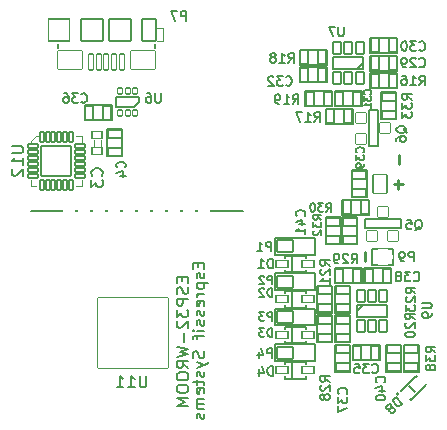
<source format=gbo>
G04 #@! TF.GenerationSoftware,KiCad,Pcbnew,(6.0.2-0)*
G04 #@! TF.CreationDate,2022-07-16T10:45:31+02:00*
G04 #@! TF.ProjectId,Crazyflie contol board,4372617a-7966-46c6-9965-20636f6e746f,2.2*
G04 #@! TF.SameCoordinates,Original*
G04 #@! TF.FileFunction,Legend,Bot*
G04 #@! TF.FilePolarity,Positive*
%FSLAX46Y46*%
G04 Gerber Fmt 4.6, Leading zero omitted, Abs format (unit mm)*
G04 Created by KiCad (PCBNEW (6.0.2-0)) date 2022-07-16 10:45:31*
%MOMM*%
%LPD*%
G01*
G04 APERTURE LIST*
G04 Aperture macros list*
%AMRoundRect*
0 Rectangle with rounded corners*
0 $1 Rounding radius*
0 $2 $3 $4 $5 $6 $7 $8 $9 X,Y pos of 4 corners*
0 Add a 4 corners polygon primitive as box body*
4,1,4,$2,$3,$4,$5,$6,$7,$8,$9,$2,$3,0*
0 Add four circle primitives for the rounded corners*
1,1,$1+$1,$2,$3*
1,1,$1+$1,$4,$5*
1,1,$1+$1,$6,$7*
1,1,$1+$1,$8,$9*
0 Add four rect primitives between the rounded corners*
20,1,$1+$1,$2,$3,$4,$5,0*
20,1,$1+$1,$4,$5,$6,$7,0*
20,1,$1+$1,$6,$7,$8,$9,0*
20,1,$1+$1,$8,$9,$2,$3,0*%
G04 Aperture macros list end*
%ADD10C,0.250190*%
%ADD11C,0.248920*%
%ADD12C,0.200025*%
%ADD13C,0.175000*%
%ADD14C,0.150000*%
%ADD15C,0.200660*%
%ADD16C,0.127000*%
%ADD17C,0.120000*%
%ADD18C,0.100000*%
%ADD19C,0.381000*%
%ADD20R,1.399540X1.000760*%
%ADD21O,1.399540X1.000760*%
%ADD22O,1.600200X1.198880*%
%ADD23C,0.523240*%
%ADD24RoundRect,0.071120X0.599440X-0.800100X0.599440X0.800100X-0.599440X0.800100X-0.599440X-0.800100X0*%
%ADD25O,1.341120X1.742440*%
%ADD26RoundRect,0.071120X0.350520X0.500380X-0.350520X0.500380X-0.350520X-0.500380X0.350520X-0.500380X0*%
%ADD27RoundRect,0.071120X-0.350520X-0.500380X0.350520X-0.500380X0.350520X0.500380X-0.350520X0.500380X0*%
%ADD28RoundRect,0.071120X0.500380X0.299720X-0.500380X0.299720X-0.500380X-0.299720X0.500380X-0.299720X0*%
%ADD29RoundRect,0.071120X0.317500X0.571500X-0.317500X0.571500X-0.317500X-0.571500X0.317500X-0.571500X0*%
%ADD30RoundRect,0.071120X-0.317500X-0.571500X0.317500X-0.571500X0.317500X0.571500X-0.317500X0.571500X0*%
%ADD31RoundRect,0.071120X-0.571500X0.317500X-0.571500X-0.317500X0.571500X-0.317500X0.571500X0.317500X0*%
%ADD32RoundRect,0.071120X0.571500X-0.317500X0.571500X0.317500X-0.571500X0.317500X-0.571500X-0.317500X0*%
%ADD33RoundRect,0.071120X0.699770X-0.500380X0.699770X0.500380X-0.699770X0.500380X-0.699770X-0.500380X0*%
%ADD34O,1.541780X1.143000*%
%ADD35RoundRect,0.071120X0.199390X-0.254000X0.199390X0.254000X-0.199390X0.254000X-0.199390X-0.254000X0*%
%ADD36RoundRect,0.071120X-0.900430X-0.949960X0.900430X-0.949960X0.900430X0.949960X-0.900430X0.949960X0*%
%ADD37RoundRect,0.071120X-0.949960X-0.949960X0.949960X-0.949960X0.949960X0.949960X-0.949960X0.949960X0*%
%ADD38RoundRect,0.071120X-0.900430X-0.549910X0.900430X-0.549910X0.900430X0.549910X-0.900430X0.549910X0*%
%ADD39RoundRect,0.071120X-1.050290X-0.800100X1.050290X-0.800100X1.050290X0.800100X-1.050290X0.800100X0*%
%ADD40RoundRect,0.071120X-0.599440X-0.949960X0.599440X-0.949960X0.599440X0.949960X-0.599440X0.949960X0*%
%ADD41RoundRect,0.071120X-0.199390X-0.699770X0.199390X-0.699770X0.199390X0.699770X-0.199390X0.699770X0*%
%ADD42O,1.742440X1.341120*%
%ADD43RoundRect,0.071120X-0.457200X-0.457200X0.457200X-0.457200X0.457200X0.457200X-0.457200X0.457200X0*%
%ADD44RoundRect,0.071120X-0.457200X0.457200X-0.457200X-0.457200X0.457200X-0.457200X0.457200X0.457200X0*%
%ADD45RoundRect,0.071120X0.000000X0.563960X-0.563960X0.000000X0.000000X-0.563960X0.563960X0.000000X0*%
%ADD46O,2.642240X1.042240*%
%ADD47O,1.042240X2.642240*%
%ADD48RoundRect,0.071120X3.000000X3.000000X-3.000000X3.000000X-3.000000X-3.000000X3.000000X-3.000000X0*%
%ADD49RoundRect,0.071120X0.400000X-0.300000X0.400000X0.300000X-0.400000X0.300000X-0.400000X-0.300000X0*%
%ADD50RoundRect,0.071120X-0.150000X0.400000X-0.150000X-0.400000X0.150000X-0.400000X0.150000X0.400000X0*%
%ADD51RoundRect,0.071120X-0.425000X0.150000X-0.425000X-0.150000X0.425000X-0.150000X0.425000X0.150000X0*%
%ADD52C,0.522240*%
%ADD53RoundRect,0.071120X-1.275000X1.275000X-1.275000X-1.275000X1.275000X-1.275000X1.275000X1.275000X0*%
%ADD54C,1.500000*%
G04 APERTURE END LIST*
D10*
X154272342Y-97581961D02*
X154272342Y-96819478D01*
X153819618Y-99271182D02*
X154582101Y-99271182D01*
X154200860Y-99652424D02*
X154200860Y-98889940D01*
D11*
X151421482Y-105781241D02*
X151421482Y-105018758D01*
D12*
X149609600Y-85911850D02*
X149609600Y-86559550D01*
X149571500Y-86635750D01*
X149533400Y-86673850D01*
X149457200Y-86711950D01*
X149304800Y-86711950D01*
X149228600Y-86673850D01*
X149190500Y-86635750D01*
X149152400Y-86559550D01*
X149152400Y-85911850D01*
X148847600Y-85911850D02*
X148314200Y-85911850D01*
X148657100Y-86711950D01*
X156261850Y-109290400D02*
X156909550Y-109290400D01*
X156985750Y-109328500D01*
X157023850Y-109366600D01*
X157061950Y-109442800D01*
X157061950Y-109595200D01*
X157023850Y-109671400D01*
X156985750Y-109709500D01*
X156909550Y-109747600D01*
X156261850Y-109747600D01*
X157061950Y-110166700D02*
X157061950Y-110319100D01*
X157023850Y-110395300D01*
X156985750Y-110433400D01*
X156871450Y-110509600D01*
X156719050Y-110547700D01*
X156414250Y-110547700D01*
X156338050Y-110509600D01*
X156299950Y-110471500D01*
X156261850Y-110395300D01*
X156261850Y-110242900D01*
X156299950Y-110166700D01*
X156338050Y-110128600D01*
X156414250Y-110090500D01*
X156604750Y-110090500D01*
X156680950Y-110128600D01*
X156719050Y-110166700D01*
X156757150Y-110242900D01*
X156757150Y-110395300D01*
X156719050Y-110471500D01*
X156680950Y-110509600D01*
X156604750Y-110547700D01*
X143590550Y-106361950D02*
X143590550Y-105561850D01*
X143400050Y-105561850D01*
X143285750Y-105599950D01*
X143209550Y-105676150D01*
X143171450Y-105752350D01*
X143133350Y-105904750D01*
X143133350Y-106019050D01*
X143171450Y-106171450D01*
X143209550Y-106247650D01*
X143285750Y-106323850D01*
X143400050Y-106361950D01*
X143590550Y-106361950D01*
X142371350Y-106361950D02*
X142828550Y-106361950D01*
X142599950Y-106361950D02*
X142599950Y-105561850D01*
X142676150Y-105676150D01*
X142752350Y-105752350D01*
X142828550Y-105790450D01*
D13*
X143516666Y-108766666D02*
X143516666Y-108066666D01*
X143350000Y-108066666D01*
X143250000Y-108100000D01*
X143183333Y-108166666D01*
X143150000Y-108233333D01*
X143116666Y-108366666D01*
X143116666Y-108466666D01*
X143150000Y-108600000D01*
X143183333Y-108666666D01*
X143250000Y-108733333D01*
X143350000Y-108766666D01*
X143516666Y-108766666D01*
X142850000Y-108133333D02*
X142816666Y-108100000D01*
X142750000Y-108066666D01*
X142583333Y-108066666D01*
X142516666Y-108100000D01*
X142483333Y-108133333D01*
X142450000Y-108200000D01*
X142450000Y-108266666D01*
X142483333Y-108366666D01*
X142883333Y-108766666D01*
X142450000Y-108766666D01*
X143516666Y-112166666D02*
X143516666Y-111466666D01*
X143350000Y-111466666D01*
X143250000Y-111500000D01*
X143183333Y-111566666D01*
X143150000Y-111633333D01*
X143116666Y-111766666D01*
X143116666Y-111866666D01*
X143150000Y-112000000D01*
X143183333Y-112066666D01*
X143250000Y-112133333D01*
X143350000Y-112166666D01*
X143516666Y-112166666D01*
X142883333Y-111466666D02*
X142450000Y-111466666D01*
X142683333Y-111733333D01*
X142583333Y-111733333D01*
X142516666Y-111766666D01*
X142483333Y-111800000D01*
X142450000Y-111866666D01*
X142450000Y-112033333D01*
X142483333Y-112100000D01*
X142516666Y-112133333D01*
X142583333Y-112166666D01*
X142783333Y-112166666D01*
X142850000Y-112133333D01*
X142883333Y-112100000D01*
D12*
X143590550Y-115462050D02*
X143590550Y-114661950D01*
X143400050Y-114661950D01*
X143285750Y-114700050D01*
X143209550Y-114776250D01*
X143171450Y-114852450D01*
X143133350Y-115004850D01*
X143133350Y-115119150D01*
X143171450Y-115271550D01*
X143209550Y-115347750D01*
X143285750Y-115423950D01*
X143400050Y-115462050D01*
X143590550Y-115462050D01*
X142447550Y-114928650D02*
X142447550Y-115462050D01*
X142638050Y-114623850D02*
X142828550Y-115195350D01*
X142333250Y-115195350D01*
X156014350Y-89285750D02*
X156052450Y-89323850D01*
X156166750Y-89361950D01*
X156242950Y-89361950D01*
X156357250Y-89323850D01*
X156433450Y-89247650D01*
X156471550Y-89171450D01*
X156509650Y-89019050D01*
X156509650Y-88904750D01*
X156471550Y-88752350D01*
X156433450Y-88676150D01*
X156357250Y-88599950D01*
X156242950Y-88561850D01*
X156166750Y-88561850D01*
X156052450Y-88599950D01*
X156014350Y-88638050D01*
X155709550Y-88638050D02*
X155671450Y-88599950D01*
X155595250Y-88561850D01*
X155404750Y-88561850D01*
X155328550Y-88599950D01*
X155290450Y-88638050D01*
X155252350Y-88714250D01*
X155252350Y-88790450D01*
X155290450Y-88904750D01*
X155747650Y-89361950D01*
X155252350Y-89361950D01*
X154871350Y-89361950D02*
X154718950Y-89361950D01*
X154642750Y-89323850D01*
X154604650Y-89285750D01*
X154528450Y-89171450D01*
X154490350Y-89019050D01*
X154490350Y-88714250D01*
X154528450Y-88638050D01*
X154566550Y-88599950D01*
X154642750Y-88561850D01*
X154795150Y-88561850D01*
X154871350Y-88599950D01*
X154909450Y-88638050D01*
X154947550Y-88714250D01*
X154947550Y-88904750D01*
X154909450Y-88980950D01*
X154871350Y-89019050D01*
X154795150Y-89057150D01*
X154642750Y-89057150D01*
X154566550Y-89019050D01*
X154528450Y-88980950D01*
X154490350Y-88904750D01*
X156014350Y-87887810D02*
X156052450Y-87925910D01*
X156166750Y-87964010D01*
X156242950Y-87964010D01*
X156357250Y-87925910D01*
X156433450Y-87849710D01*
X156471550Y-87773510D01*
X156509650Y-87621110D01*
X156509650Y-87506810D01*
X156471550Y-87354410D01*
X156433450Y-87278210D01*
X156357250Y-87202010D01*
X156242950Y-87163910D01*
X156166750Y-87163910D01*
X156052450Y-87202010D01*
X156014350Y-87240110D01*
X155747650Y-87163910D02*
X155252350Y-87163910D01*
X155519050Y-87468710D01*
X155404750Y-87468710D01*
X155328550Y-87506810D01*
X155290450Y-87544910D01*
X155252350Y-87621110D01*
X155252350Y-87811610D01*
X155290450Y-87887810D01*
X155328550Y-87925910D01*
X155404750Y-87964010D01*
X155633350Y-87964010D01*
X155709550Y-87925910D01*
X155747650Y-87887810D01*
X154757050Y-87163910D02*
X154680850Y-87163910D01*
X154604650Y-87202010D01*
X154566550Y-87240110D01*
X154528450Y-87316310D01*
X154490350Y-87468710D01*
X154490350Y-87659210D01*
X154528450Y-87811610D01*
X154566550Y-87887810D01*
X154604650Y-87925910D01*
X154680850Y-87964010D01*
X154757050Y-87964010D01*
X154833250Y-87925910D01*
X154871350Y-87887810D01*
X154909450Y-87811610D01*
X154947550Y-87659210D01*
X154947550Y-87468710D01*
X154909450Y-87316310D01*
X154871350Y-87240110D01*
X154833250Y-87202010D01*
X154757050Y-87163910D01*
D14*
X151864285Y-91614285D02*
X151892857Y-91585714D01*
X151921428Y-91500000D01*
X151921428Y-91442857D01*
X151892857Y-91357142D01*
X151835714Y-91300000D01*
X151778571Y-91271428D01*
X151664285Y-91242857D01*
X151578571Y-91242857D01*
X151464285Y-91271428D01*
X151407142Y-91300000D01*
X151350000Y-91357142D01*
X151321428Y-91442857D01*
X151321428Y-91500000D01*
X151350000Y-91585714D01*
X151378571Y-91614285D01*
X151321428Y-91814285D02*
X151321428Y-92185714D01*
X151550000Y-91985714D01*
X151550000Y-92071428D01*
X151578571Y-92128571D01*
X151607142Y-92157142D01*
X151664285Y-92185714D01*
X151807142Y-92185714D01*
X151864285Y-92157142D01*
X151892857Y-92128571D01*
X151921428Y-92071428D01*
X151921428Y-91900000D01*
X151892857Y-91842857D01*
X151864285Y-91814285D01*
X151921428Y-92757142D02*
X151921428Y-92414285D01*
X151921428Y-92585714D02*
X151321428Y-92585714D01*
X151407142Y-92528571D01*
X151464285Y-92471428D01*
X151492857Y-92414285D01*
D12*
X144714350Y-90835750D02*
X144752450Y-90873850D01*
X144866750Y-90911950D01*
X144942950Y-90911950D01*
X145057250Y-90873850D01*
X145133450Y-90797650D01*
X145171550Y-90721450D01*
X145209650Y-90569050D01*
X145209650Y-90454750D01*
X145171550Y-90302350D01*
X145133450Y-90226150D01*
X145057250Y-90149950D01*
X144942950Y-90111850D01*
X144866750Y-90111850D01*
X144752450Y-90149950D01*
X144714350Y-90188050D01*
X144447650Y-90111850D02*
X143952350Y-90111850D01*
X144219050Y-90416650D01*
X144104750Y-90416650D01*
X144028550Y-90454750D01*
X143990450Y-90492850D01*
X143952350Y-90569050D01*
X143952350Y-90759550D01*
X143990450Y-90835750D01*
X144028550Y-90873850D01*
X144104750Y-90911950D01*
X144333350Y-90911950D01*
X144409550Y-90873850D01*
X144447650Y-90835750D01*
X143647550Y-90188050D02*
X143609450Y-90149950D01*
X143533250Y-90111850D01*
X143342750Y-90111850D01*
X143266550Y-90149950D01*
X143228450Y-90188050D01*
X143190350Y-90264250D01*
X143190350Y-90340450D01*
X143228450Y-90454750D01*
X143685650Y-90911950D01*
X143190350Y-90911950D01*
X152015190Y-115185750D02*
X152053290Y-115223850D01*
X152167590Y-115261950D01*
X152243790Y-115261950D01*
X152358090Y-115223850D01*
X152434290Y-115147650D01*
X152472390Y-115071450D01*
X152510490Y-114919050D01*
X152510490Y-114804750D01*
X152472390Y-114652350D01*
X152434290Y-114576150D01*
X152358090Y-114499950D01*
X152243790Y-114461850D01*
X152167590Y-114461850D01*
X152053290Y-114499950D01*
X152015190Y-114538050D01*
X151748490Y-114461850D02*
X151253190Y-114461850D01*
X151519890Y-114766650D01*
X151405590Y-114766650D01*
X151329390Y-114804750D01*
X151291290Y-114842850D01*
X151253190Y-114919050D01*
X151253190Y-115109550D01*
X151291290Y-115185750D01*
X151329390Y-115223850D01*
X151405590Y-115261950D01*
X151634190Y-115261950D01*
X151710390Y-115223850D01*
X151748490Y-115185750D01*
X150529290Y-114461850D02*
X150910290Y-114461850D01*
X150948390Y-114842850D01*
X150910290Y-114804750D01*
X150834090Y-114766650D01*
X150643590Y-114766650D01*
X150567390Y-114804750D01*
X150529290Y-114842850D01*
X150491190Y-114919050D01*
X150491190Y-115109550D01*
X150529290Y-115185750D01*
X150567390Y-115223850D01*
X150643590Y-115261950D01*
X150834090Y-115261950D01*
X150910290Y-115223850D01*
X150948390Y-115185750D01*
X127364350Y-92285750D02*
X127402450Y-92323850D01*
X127516750Y-92361950D01*
X127592950Y-92361950D01*
X127707250Y-92323850D01*
X127783450Y-92247650D01*
X127821550Y-92171450D01*
X127859650Y-92019050D01*
X127859650Y-91904750D01*
X127821550Y-91752350D01*
X127783450Y-91676150D01*
X127707250Y-91599950D01*
X127592950Y-91561850D01*
X127516750Y-91561850D01*
X127402450Y-91599950D01*
X127364350Y-91638050D01*
X127097650Y-91561850D02*
X126602350Y-91561850D01*
X126869050Y-91866650D01*
X126754750Y-91866650D01*
X126678550Y-91904750D01*
X126640450Y-91942850D01*
X126602350Y-92019050D01*
X126602350Y-92209550D01*
X126640450Y-92285750D01*
X126678550Y-92323850D01*
X126754750Y-92361950D01*
X126983350Y-92361950D01*
X127059550Y-92323850D01*
X127097650Y-92285750D01*
X125916550Y-91561850D02*
X126068950Y-91561850D01*
X126145150Y-91599950D01*
X126183250Y-91638050D01*
X126259450Y-91752350D01*
X126297550Y-91904750D01*
X126297550Y-92209550D01*
X126259450Y-92285750D01*
X126221350Y-92323850D01*
X126145150Y-92361950D01*
X125992750Y-92361950D01*
X125916550Y-92323850D01*
X125878450Y-92285750D01*
X125840350Y-92209550D01*
X125840350Y-92019050D01*
X125878450Y-91942850D01*
X125916550Y-91904750D01*
X125992750Y-91866650D01*
X126145150Y-91866650D01*
X126221350Y-91904750D01*
X126259450Y-91942850D01*
X126297550Y-92019050D01*
X149835750Y-116985650D02*
X149873850Y-116947550D01*
X149911950Y-116833250D01*
X149911950Y-116757050D01*
X149873850Y-116642750D01*
X149797650Y-116566550D01*
X149721450Y-116528450D01*
X149569050Y-116490350D01*
X149454750Y-116490350D01*
X149302350Y-116528450D01*
X149226150Y-116566550D01*
X149149950Y-116642750D01*
X149111850Y-116757050D01*
X149111850Y-116833250D01*
X149149950Y-116947550D01*
X149188050Y-116985650D01*
X149111850Y-117252350D02*
X149111850Y-117747650D01*
X149416650Y-117480950D01*
X149416650Y-117595250D01*
X149454750Y-117671450D01*
X149492850Y-117709550D01*
X149569050Y-117747650D01*
X149759550Y-117747650D01*
X149835750Y-117709550D01*
X149873850Y-117671450D01*
X149911950Y-117595250D01*
X149911950Y-117366650D01*
X149873850Y-117290450D01*
X149835750Y-117252350D01*
X149111850Y-118014350D02*
X149111850Y-118547750D01*
X149911950Y-118204850D01*
X155514350Y-107389930D02*
X155552450Y-107428030D01*
X155666750Y-107466130D01*
X155742950Y-107466130D01*
X155857250Y-107428030D01*
X155933450Y-107351830D01*
X155971550Y-107275630D01*
X156009650Y-107123230D01*
X156009650Y-107008930D01*
X155971550Y-106856530D01*
X155933450Y-106780330D01*
X155857250Y-106704130D01*
X155742950Y-106666030D01*
X155666750Y-106666030D01*
X155552450Y-106704130D01*
X155514350Y-106742230D01*
X155247650Y-106666030D02*
X154752350Y-106666030D01*
X155019050Y-106970830D01*
X154904750Y-106970830D01*
X154828550Y-107008930D01*
X154790450Y-107047030D01*
X154752350Y-107123230D01*
X154752350Y-107313730D01*
X154790450Y-107389930D01*
X154828550Y-107428030D01*
X154904750Y-107466130D01*
X155133350Y-107466130D01*
X155209550Y-107428030D01*
X155247650Y-107389930D01*
X154295150Y-107008930D02*
X154371350Y-106970830D01*
X154409450Y-106932730D01*
X154447550Y-106856530D01*
X154447550Y-106818430D01*
X154409450Y-106742230D01*
X154371350Y-106704130D01*
X154295150Y-106666030D01*
X154142750Y-106666030D01*
X154066550Y-106704130D01*
X154028450Y-106742230D01*
X153990350Y-106818430D01*
X153990350Y-106856530D01*
X154028450Y-106932730D01*
X154066550Y-106970830D01*
X154142750Y-107008930D01*
X154295150Y-107008930D01*
X154371350Y-107047030D01*
X154409450Y-107085130D01*
X154447550Y-107161330D01*
X154447550Y-107313730D01*
X154409450Y-107389930D01*
X154371350Y-107428030D01*
X154295150Y-107466130D01*
X154142750Y-107466130D01*
X154066550Y-107428030D01*
X154028450Y-107389930D01*
X153990350Y-107313730D01*
X153990350Y-107161330D01*
X154028450Y-107085130D01*
X154066550Y-107047030D01*
X154142750Y-107008930D01*
D13*
X151250000Y-96550000D02*
X151283333Y-96516666D01*
X151316666Y-96416666D01*
X151316666Y-96350000D01*
X151283333Y-96250000D01*
X151216666Y-96183333D01*
X151150000Y-96150000D01*
X151016666Y-96116666D01*
X150916666Y-96116666D01*
X150783333Y-96150000D01*
X150716666Y-96183333D01*
X150650000Y-96250000D01*
X150616666Y-96350000D01*
X150616666Y-96416666D01*
X150650000Y-96516666D01*
X150683333Y-96550000D01*
X150616666Y-96783333D02*
X150616666Y-97216666D01*
X150883333Y-96983333D01*
X150883333Y-97083333D01*
X150916666Y-97150000D01*
X150950000Y-97183333D01*
X151016666Y-97216666D01*
X151183333Y-97216666D01*
X151250000Y-97183333D01*
X151283333Y-97150000D01*
X151316666Y-97083333D01*
X151316666Y-96883333D01*
X151283333Y-96816666D01*
X151250000Y-96783333D01*
X151316666Y-97550000D02*
X151316666Y-97683333D01*
X151283333Y-97750000D01*
X151250000Y-97783333D01*
X151150000Y-97850000D01*
X151016666Y-97883333D01*
X150750000Y-97883333D01*
X150683333Y-97850000D01*
X150650000Y-97816666D01*
X150616666Y-97750000D01*
X150616666Y-97616666D01*
X150650000Y-97550000D01*
X150683333Y-97516666D01*
X150750000Y-97483333D01*
X150916666Y-97483333D01*
X150983333Y-97516666D01*
X151016666Y-97550000D01*
X151050000Y-97616666D01*
X151050000Y-97750000D01*
X151016666Y-97816666D01*
X150983333Y-97850000D01*
X150916666Y-97883333D01*
D12*
X153035750Y-116035650D02*
X153073850Y-115997550D01*
X153111950Y-115883250D01*
X153111950Y-115807050D01*
X153073850Y-115692750D01*
X152997650Y-115616550D01*
X152921450Y-115578450D01*
X152769050Y-115540350D01*
X152654750Y-115540350D01*
X152502350Y-115578450D01*
X152426150Y-115616550D01*
X152349950Y-115692750D01*
X152311850Y-115807050D01*
X152311850Y-115883250D01*
X152349950Y-115997550D01*
X152388050Y-116035650D01*
X152578550Y-116721450D02*
X153111950Y-116721450D01*
X152273750Y-116530950D02*
X152845250Y-116340450D01*
X152845250Y-116835750D01*
X152311850Y-117292950D02*
X152311850Y-117369150D01*
X152349950Y-117445350D01*
X152388050Y-117483450D01*
X152464250Y-117521550D01*
X152616650Y-117559650D01*
X152807150Y-117559650D01*
X152959550Y-117521550D01*
X153035750Y-117483450D01*
X153073850Y-117445350D01*
X153111950Y-117369150D01*
X153111950Y-117292950D01*
X153073850Y-117216750D01*
X153035750Y-117178650D01*
X152959550Y-117140550D01*
X152807150Y-117102450D01*
X152616650Y-117102450D01*
X152464250Y-117140550D01*
X152388050Y-117178650D01*
X152349950Y-117216750D01*
X152311850Y-117292950D01*
X146285750Y-101935650D02*
X146323850Y-101897550D01*
X146361950Y-101783250D01*
X146361950Y-101707050D01*
X146323850Y-101592750D01*
X146247650Y-101516550D01*
X146171450Y-101478450D01*
X146019050Y-101440350D01*
X145904750Y-101440350D01*
X145752350Y-101478450D01*
X145676150Y-101516550D01*
X145599950Y-101592750D01*
X145561850Y-101707050D01*
X145561850Y-101783250D01*
X145599950Y-101897550D01*
X145638050Y-101935650D01*
X145828550Y-102621450D02*
X146361950Y-102621450D01*
X145523750Y-102430950D02*
X146095250Y-102240450D01*
X146095250Y-102735750D01*
X146361950Y-103459650D02*
X146361950Y-103002450D01*
X146361950Y-103231050D02*
X145561850Y-103231050D01*
X145676150Y-103154850D01*
X145752350Y-103078650D01*
X145790450Y-103002450D01*
X131073030Y-97834050D02*
X131111130Y-97795950D01*
X131149230Y-97681650D01*
X131149230Y-97605450D01*
X131111130Y-97491150D01*
X131034930Y-97414950D01*
X130958730Y-97376850D01*
X130806330Y-97338750D01*
X130692030Y-97338750D01*
X130539630Y-97376850D01*
X130463430Y-97414950D01*
X130387230Y-97491150D01*
X130349130Y-97605450D01*
X130349130Y-97681650D01*
X130387230Y-97795950D01*
X130425330Y-97834050D01*
X130615830Y-98519850D02*
X131149230Y-98519850D01*
X130311030Y-98329350D02*
X130882530Y-98138850D01*
X130882530Y-98634150D01*
X145294350Y-92454730D02*
X145561050Y-92073730D01*
X145751550Y-92454730D02*
X145751550Y-91654630D01*
X145446750Y-91654630D01*
X145370550Y-91692730D01*
X145332450Y-91730830D01*
X145294350Y-91807030D01*
X145294350Y-91921330D01*
X145332450Y-91997530D01*
X145370550Y-92035630D01*
X145446750Y-92073730D01*
X145751550Y-92073730D01*
X144532350Y-92454730D02*
X144989550Y-92454730D01*
X144760950Y-92454730D02*
X144760950Y-91654630D01*
X144837150Y-91768930D01*
X144913350Y-91845130D01*
X144989550Y-91883230D01*
X144151350Y-92454730D02*
X143998950Y-92454730D01*
X143922750Y-92416630D01*
X143884650Y-92378530D01*
X143808450Y-92264230D01*
X143770350Y-92111830D01*
X143770350Y-91807030D01*
X143808450Y-91730830D01*
X143846550Y-91692730D01*
X143922750Y-91654630D01*
X144075150Y-91654630D01*
X144151350Y-91692730D01*
X144189450Y-91730830D01*
X144227550Y-91807030D01*
X144227550Y-91997530D01*
X144189450Y-92073730D01*
X144151350Y-92111830D01*
X144075150Y-92149930D01*
X143922750Y-92149930D01*
X143846550Y-92111830D01*
X143808450Y-92073730D01*
X143770350Y-91997530D01*
X144914350Y-88961950D02*
X145181050Y-88580950D01*
X145371550Y-88961950D02*
X145371550Y-88161850D01*
X145066750Y-88161850D01*
X144990550Y-88199950D01*
X144952450Y-88238050D01*
X144914350Y-88314250D01*
X144914350Y-88428550D01*
X144952450Y-88504750D01*
X144990550Y-88542850D01*
X145066750Y-88580950D01*
X145371550Y-88580950D01*
X144152350Y-88961950D02*
X144609550Y-88961950D01*
X144380950Y-88961950D02*
X144380950Y-88161850D01*
X144457150Y-88276150D01*
X144533350Y-88352350D01*
X144609550Y-88390450D01*
X143695150Y-88504750D02*
X143771350Y-88466650D01*
X143809450Y-88428550D01*
X143847550Y-88352350D01*
X143847550Y-88314250D01*
X143809450Y-88238050D01*
X143771350Y-88199950D01*
X143695150Y-88161850D01*
X143542750Y-88161850D01*
X143466550Y-88199950D01*
X143428450Y-88238050D01*
X143390350Y-88314250D01*
X143390350Y-88352350D01*
X143428450Y-88428550D01*
X143466550Y-88466650D01*
X143542750Y-88504750D01*
X143695150Y-88504750D01*
X143771350Y-88542850D01*
X143809450Y-88580950D01*
X143847550Y-88657150D01*
X143847550Y-88809550D01*
X143809450Y-88885750D01*
X143771350Y-88923850D01*
X143695150Y-88961950D01*
X143542750Y-88961950D01*
X143466550Y-88923850D01*
X143428450Y-88885750D01*
X143390350Y-88809550D01*
X143390350Y-88657150D01*
X143428450Y-88580950D01*
X143466550Y-88542850D01*
X143542750Y-88504750D01*
X147114350Y-93961950D02*
X147381050Y-93580950D01*
X147571550Y-93961950D02*
X147571550Y-93161850D01*
X147266750Y-93161850D01*
X147190550Y-93199950D01*
X147152450Y-93238050D01*
X147114350Y-93314250D01*
X147114350Y-93428550D01*
X147152450Y-93504750D01*
X147190550Y-93542850D01*
X147266750Y-93580950D01*
X147571550Y-93580950D01*
X146352350Y-93961950D02*
X146809550Y-93961950D01*
X146580950Y-93961950D02*
X146580950Y-93161850D01*
X146657150Y-93276150D01*
X146733350Y-93352350D01*
X146809550Y-93390450D01*
X146085650Y-93161850D02*
X145552250Y-93161850D01*
X145895150Y-93961950D01*
X156014350Y-90864690D02*
X156281050Y-90483690D01*
X156471550Y-90864690D02*
X156471550Y-90064590D01*
X156166750Y-90064590D01*
X156090550Y-90102690D01*
X156052450Y-90140790D01*
X156014350Y-90216990D01*
X156014350Y-90331290D01*
X156052450Y-90407490D01*
X156090550Y-90445590D01*
X156166750Y-90483690D01*
X156471550Y-90483690D01*
X155252350Y-90864690D02*
X155709550Y-90864690D01*
X155480950Y-90864690D02*
X155480950Y-90064590D01*
X155557150Y-90178890D01*
X155633350Y-90255090D01*
X155709550Y-90293190D01*
X154566550Y-90064590D02*
X154718950Y-90064590D01*
X154795150Y-90102690D01*
X154833250Y-90140790D01*
X154909450Y-90255090D01*
X154947550Y-90407490D01*
X154947550Y-90712290D01*
X154909450Y-90788490D01*
X154871350Y-90826590D01*
X154795150Y-90864690D01*
X154642750Y-90864690D01*
X154566550Y-90826590D01*
X154528450Y-90788490D01*
X154490350Y-90712290D01*
X154490350Y-90521790D01*
X154528450Y-90445590D01*
X154566550Y-90407490D01*
X154642750Y-90369390D01*
X154795150Y-90369390D01*
X154871350Y-90407490D01*
X154909450Y-90445590D01*
X154947550Y-90521790D01*
X155611950Y-110685650D02*
X155230950Y-110418950D01*
X155611950Y-110228450D02*
X154811850Y-110228450D01*
X154811850Y-110533250D01*
X154849950Y-110609450D01*
X154888050Y-110647550D01*
X154964250Y-110685650D01*
X155078550Y-110685650D01*
X155154750Y-110647550D01*
X155192850Y-110609450D01*
X155230950Y-110533250D01*
X155230950Y-110228450D01*
X154888050Y-110990450D02*
X154849950Y-111028550D01*
X154811850Y-111104750D01*
X154811850Y-111295250D01*
X154849950Y-111371450D01*
X154888050Y-111409550D01*
X154964250Y-111447650D01*
X155040450Y-111447650D01*
X155154750Y-111409550D01*
X155611950Y-110952350D01*
X155611950Y-111447650D01*
X154811850Y-111942950D02*
X154811850Y-112019150D01*
X154849950Y-112095350D01*
X154888050Y-112133450D01*
X154964250Y-112171550D01*
X155116650Y-112209650D01*
X155307150Y-112209650D01*
X155459550Y-112171550D01*
X155535750Y-112133450D01*
X155573850Y-112095350D01*
X155611950Y-112019150D01*
X155611950Y-111942950D01*
X155573850Y-111866750D01*
X155535750Y-111828650D01*
X155459550Y-111790550D01*
X155307150Y-111752450D01*
X155116650Y-111752450D01*
X154964250Y-111790550D01*
X154888050Y-111828650D01*
X154849950Y-111866750D01*
X154811850Y-111942950D01*
X148411950Y-106135650D02*
X148030950Y-105868950D01*
X148411950Y-105678450D02*
X147611850Y-105678450D01*
X147611850Y-105983250D01*
X147649950Y-106059450D01*
X147688050Y-106097550D01*
X147764250Y-106135650D01*
X147878550Y-106135650D01*
X147954750Y-106097550D01*
X147992850Y-106059450D01*
X148030950Y-105983250D01*
X148030950Y-105678450D01*
X147688050Y-106440450D02*
X147649950Y-106478550D01*
X147611850Y-106554750D01*
X147611850Y-106745250D01*
X147649950Y-106821450D01*
X147688050Y-106859550D01*
X147764250Y-106897650D01*
X147840450Y-106897650D01*
X147954750Y-106859550D01*
X148411950Y-106402350D01*
X148411950Y-106897650D01*
X148411950Y-107659650D02*
X148411950Y-107202450D01*
X148411950Y-107431050D02*
X147611850Y-107431050D01*
X147726150Y-107354850D01*
X147802350Y-107278650D01*
X147840450Y-107202450D01*
X155661950Y-108489750D02*
X155280950Y-108223050D01*
X155661950Y-108032550D02*
X154861850Y-108032550D01*
X154861850Y-108337350D01*
X154899950Y-108413550D01*
X154938050Y-108451650D01*
X155014250Y-108489750D01*
X155128550Y-108489750D01*
X155204750Y-108451650D01*
X155242850Y-108413550D01*
X155280950Y-108337350D01*
X155280950Y-108032550D01*
X154938050Y-108794550D02*
X154899950Y-108832650D01*
X154861850Y-108908850D01*
X154861850Y-109099350D01*
X154899950Y-109175550D01*
X154938050Y-109213650D01*
X155014250Y-109251750D01*
X155090450Y-109251750D01*
X155204750Y-109213650D01*
X155661950Y-108756450D01*
X155661950Y-109251750D01*
X154861850Y-109518450D02*
X154861850Y-110013750D01*
X155166650Y-109747050D01*
X155166650Y-109861350D01*
X155204750Y-109937550D01*
X155242850Y-109975650D01*
X155319050Y-110013750D01*
X155509550Y-110013750D01*
X155585750Y-109975650D01*
X155623850Y-109937550D01*
X155661950Y-109861350D01*
X155661950Y-109632750D01*
X155623850Y-109556550D01*
X155585750Y-109518450D01*
X148411950Y-115985650D02*
X148030950Y-115718950D01*
X148411950Y-115528450D02*
X147611850Y-115528450D01*
X147611850Y-115833250D01*
X147649950Y-115909450D01*
X147688050Y-115947550D01*
X147764250Y-115985650D01*
X147878550Y-115985650D01*
X147954750Y-115947550D01*
X147992850Y-115909450D01*
X148030950Y-115833250D01*
X148030950Y-115528450D01*
X147688050Y-116290450D02*
X147649950Y-116328550D01*
X147611850Y-116404750D01*
X147611850Y-116595250D01*
X147649950Y-116671450D01*
X147688050Y-116709550D01*
X147764250Y-116747650D01*
X147840450Y-116747650D01*
X147954750Y-116709550D01*
X148411950Y-116252350D01*
X148411950Y-116747650D01*
X147954750Y-117204850D02*
X147916650Y-117128650D01*
X147878550Y-117090550D01*
X147802350Y-117052450D01*
X147764250Y-117052450D01*
X147688050Y-117090550D01*
X147649950Y-117128650D01*
X147611850Y-117204850D01*
X147611850Y-117357250D01*
X147649950Y-117433450D01*
X147688050Y-117471550D01*
X147764250Y-117509650D01*
X147802350Y-117509650D01*
X147878550Y-117471550D01*
X147916650Y-117433450D01*
X147954750Y-117357250D01*
X147954750Y-117204850D01*
X147992850Y-117128650D01*
X148030950Y-117090550D01*
X148107150Y-117052450D01*
X148259550Y-117052450D01*
X148335750Y-117090550D01*
X148373850Y-117128650D01*
X148411950Y-117204850D01*
X148411950Y-117357250D01*
X148373850Y-117433450D01*
X148335750Y-117471550D01*
X148259550Y-117509650D01*
X148107150Y-117509650D01*
X148030950Y-117471550D01*
X147992850Y-117433450D01*
X147954750Y-117357250D01*
X150264350Y-105961950D02*
X150531050Y-105580950D01*
X150721550Y-105961950D02*
X150721550Y-105161850D01*
X150416750Y-105161850D01*
X150340550Y-105199950D01*
X150302450Y-105238050D01*
X150264350Y-105314250D01*
X150264350Y-105428550D01*
X150302450Y-105504750D01*
X150340550Y-105542850D01*
X150416750Y-105580950D01*
X150721550Y-105580950D01*
X149959550Y-105238050D02*
X149921450Y-105199950D01*
X149845250Y-105161850D01*
X149654750Y-105161850D01*
X149578550Y-105199950D01*
X149540450Y-105238050D01*
X149502350Y-105314250D01*
X149502350Y-105390450D01*
X149540450Y-105504750D01*
X149997650Y-105961950D01*
X149502350Y-105961950D01*
X149121350Y-105961950D02*
X148968950Y-105961950D01*
X148892750Y-105923850D01*
X148854650Y-105885750D01*
X148778450Y-105771450D01*
X148740350Y-105619050D01*
X148740350Y-105314250D01*
X148778450Y-105238050D01*
X148816550Y-105199950D01*
X148892750Y-105161850D01*
X149045150Y-105161850D01*
X149121350Y-105199950D01*
X149159450Y-105238050D01*
X149197550Y-105314250D01*
X149197550Y-105504750D01*
X149159450Y-105580950D01*
X149121350Y-105619050D01*
X149045150Y-105657150D01*
X148892750Y-105657150D01*
X148816550Y-105619050D01*
X148778450Y-105580950D01*
X148740350Y-105504750D01*
D13*
X148100000Y-101566666D02*
X148333333Y-101233333D01*
X148500000Y-101566666D02*
X148500000Y-100866666D01*
X148233333Y-100866666D01*
X148166666Y-100900000D01*
X148133333Y-100933333D01*
X148100000Y-101000000D01*
X148100000Y-101100000D01*
X148133333Y-101166666D01*
X148166666Y-101200000D01*
X148233333Y-101233333D01*
X148500000Y-101233333D01*
X147866666Y-100866666D02*
X147433333Y-100866666D01*
X147666666Y-101133333D01*
X147566666Y-101133333D01*
X147500000Y-101166666D01*
X147466666Y-101200000D01*
X147433333Y-101266666D01*
X147433333Y-101433333D01*
X147466666Y-101500000D01*
X147500000Y-101533333D01*
X147566666Y-101566666D01*
X147766666Y-101566666D01*
X147833333Y-101533333D01*
X147866666Y-101500000D01*
X147000000Y-100866666D02*
X146933333Y-100866666D01*
X146866666Y-100900000D01*
X146833333Y-100933333D01*
X146800000Y-101000000D01*
X146766666Y-101133333D01*
X146766666Y-101300000D01*
X146800000Y-101433333D01*
X146833333Y-101500000D01*
X146866666Y-101533333D01*
X146933333Y-101566666D01*
X147000000Y-101566666D01*
X147066666Y-101533333D01*
X147100000Y-101500000D01*
X147133333Y-101433333D01*
X147166666Y-101300000D01*
X147166666Y-101133333D01*
X147133333Y-101000000D01*
X147100000Y-100933333D01*
X147066666Y-100900000D01*
X147000000Y-100866666D01*
D12*
X143540550Y-113960910D02*
X143540550Y-113160810D01*
X143235750Y-113160810D01*
X143159550Y-113198910D01*
X143121450Y-113237010D01*
X143083350Y-113313210D01*
X143083350Y-113427510D01*
X143121450Y-113503710D01*
X143159550Y-113541810D01*
X143235750Y-113579910D01*
X143540550Y-113579910D01*
X142397550Y-113427510D02*
X142397550Y-113960910D01*
X142588050Y-113122710D02*
X142778550Y-113694210D01*
X142283250Y-113694210D01*
D13*
X143516666Y-110806666D02*
X143516666Y-110106666D01*
X143250000Y-110106666D01*
X143183333Y-110140000D01*
X143150000Y-110173333D01*
X143116666Y-110240000D01*
X143116666Y-110340000D01*
X143150000Y-110406666D01*
X143183333Y-110440000D01*
X143250000Y-110473333D01*
X143516666Y-110473333D01*
X142883333Y-110106666D02*
X142450000Y-110106666D01*
X142683333Y-110373333D01*
X142583333Y-110373333D01*
X142516666Y-110406666D01*
X142483333Y-110440000D01*
X142450000Y-110506666D01*
X142450000Y-110673333D01*
X142483333Y-110740000D01*
X142516666Y-110773333D01*
X142583333Y-110806666D01*
X142783333Y-110806666D01*
X142850000Y-110773333D01*
X142883333Y-110740000D01*
X143516666Y-107716666D02*
X143516666Y-107016666D01*
X143250000Y-107016666D01*
X143183333Y-107050000D01*
X143150000Y-107083333D01*
X143116666Y-107150000D01*
X143116666Y-107250000D01*
X143150000Y-107316666D01*
X143183333Y-107350000D01*
X143250000Y-107383333D01*
X143516666Y-107383333D01*
X142850000Y-107083333D02*
X142816666Y-107050000D01*
X142750000Y-107016666D01*
X142583333Y-107016666D01*
X142516666Y-107050000D01*
X142483333Y-107083333D01*
X142450000Y-107150000D01*
X142450000Y-107216666D01*
X142483333Y-107316666D01*
X142883333Y-107716666D01*
X142450000Y-107716666D01*
D12*
X143465550Y-104910890D02*
X143465550Y-104110790D01*
X143160750Y-104110790D01*
X143084550Y-104148890D01*
X143046450Y-104186990D01*
X143008350Y-104263190D01*
X143008350Y-104377490D01*
X143046450Y-104453690D01*
X143084550Y-104491790D01*
X143160750Y-104529890D01*
X143465550Y-104529890D01*
X142246350Y-104910890D02*
X142703550Y-104910890D01*
X142474950Y-104910890D02*
X142474950Y-104110790D01*
X142551150Y-104225090D01*
X142627350Y-104301290D01*
X142703550Y-104339390D01*
D13*
X147716666Y-102250000D02*
X147383333Y-102016666D01*
X147716666Y-101850000D02*
X147016666Y-101850000D01*
X147016666Y-102116666D01*
X147050000Y-102183333D01*
X147083333Y-102216666D01*
X147150000Y-102250000D01*
X147250000Y-102250000D01*
X147316666Y-102216666D01*
X147350000Y-102183333D01*
X147383333Y-102116666D01*
X147383333Y-101850000D01*
X147016666Y-102483333D02*
X147016666Y-102916666D01*
X147283333Y-102683333D01*
X147283333Y-102783333D01*
X147316666Y-102850000D01*
X147350000Y-102883333D01*
X147416666Y-102916666D01*
X147583333Y-102916666D01*
X147650000Y-102883333D01*
X147683333Y-102850000D01*
X147716666Y-102783333D01*
X147716666Y-102583333D01*
X147683333Y-102516666D01*
X147650000Y-102483333D01*
X147083333Y-103183333D02*
X147050000Y-103216666D01*
X147016666Y-103283333D01*
X147016666Y-103450000D01*
X147050000Y-103516666D01*
X147083333Y-103550000D01*
X147150000Y-103583333D01*
X147216666Y-103583333D01*
X147316666Y-103550000D01*
X147716666Y-103150000D01*
X147716666Y-103583333D01*
D12*
X134109600Y-91561850D02*
X134109600Y-92209550D01*
X134071500Y-92285750D01*
X134033400Y-92323850D01*
X133957200Y-92361950D01*
X133804800Y-92361950D01*
X133728600Y-92323850D01*
X133690500Y-92285750D01*
X133652400Y-92209550D01*
X133652400Y-91561850D01*
X132928500Y-91561850D02*
X133080900Y-91561850D01*
X133157100Y-91599950D01*
X133195200Y-91638050D01*
X133271400Y-91752350D01*
X133309500Y-91904750D01*
X133309500Y-92209550D01*
X133271400Y-92285750D01*
X133233300Y-92323850D01*
X133157100Y-92361950D01*
X133004700Y-92361950D01*
X132928500Y-92323850D01*
X132890400Y-92285750D01*
X132852300Y-92209550D01*
X132852300Y-92019050D01*
X132890400Y-91942850D01*
X132928500Y-91904750D01*
X133004700Y-91866650D01*
X133157100Y-91866650D01*
X133233300Y-91904750D01*
X133271400Y-91942850D01*
X133309500Y-92019050D01*
X136240550Y-85411950D02*
X136240550Y-84611850D01*
X135935750Y-84611850D01*
X135859550Y-84649950D01*
X135821450Y-84688050D01*
X135783350Y-84764250D01*
X135783350Y-84878550D01*
X135821450Y-84954750D01*
X135859550Y-84992850D01*
X135935750Y-85030950D01*
X136240550Y-85030950D01*
X135516650Y-84611850D02*
X134983250Y-84611850D01*
X135326150Y-85411950D01*
X155361950Y-92088970D02*
X154980950Y-91822270D01*
X155361950Y-91631770D02*
X154561850Y-91631770D01*
X154561850Y-91936570D01*
X154599950Y-92012770D01*
X154638050Y-92050870D01*
X154714250Y-92088970D01*
X154828550Y-92088970D01*
X154904750Y-92050870D01*
X154942850Y-92012770D01*
X154980950Y-91936570D01*
X154980950Y-91631770D01*
X154561850Y-92355670D02*
X154561850Y-92850970D01*
X154866650Y-92584270D01*
X154866650Y-92698570D01*
X154904750Y-92774770D01*
X154942850Y-92812870D01*
X155019050Y-92850970D01*
X155209550Y-92850970D01*
X155285750Y-92812870D01*
X155323850Y-92774770D01*
X155361950Y-92698570D01*
X155361950Y-92469970D01*
X155323850Y-92393770D01*
X155285750Y-92355670D01*
X154561850Y-93117670D02*
X154561850Y-93612970D01*
X154866650Y-93346270D01*
X154866650Y-93460570D01*
X154904750Y-93536770D01*
X154942850Y-93574870D01*
X155019050Y-93612970D01*
X155209550Y-93612970D01*
X155285750Y-93574870D01*
X155323850Y-93536770D01*
X155361950Y-93460570D01*
X155361950Y-93231970D01*
X155323850Y-93155770D01*
X155285750Y-93117670D01*
X155530550Y-105771950D02*
X155530550Y-104971850D01*
X155225750Y-104971850D01*
X155149550Y-105009950D01*
X155111450Y-105048050D01*
X155073350Y-105124250D01*
X155073350Y-105238550D01*
X155111450Y-105314750D01*
X155149550Y-105352850D01*
X155225750Y-105390950D01*
X155530550Y-105390950D01*
X154692350Y-105771950D02*
X154539950Y-105771950D01*
X154463750Y-105733850D01*
X154425650Y-105695750D01*
X154349450Y-105581450D01*
X154311350Y-105429050D01*
X154311350Y-105124250D01*
X154349450Y-105048050D01*
X154387550Y-105009950D01*
X154463750Y-104971850D01*
X154616150Y-104971850D01*
X154692350Y-105009950D01*
X154730450Y-105048050D01*
X154768550Y-105124250D01*
X154768550Y-105314750D01*
X154730450Y-105390950D01*
X154692350Y-105429050D01*
X154616150Y-105467150D01*
X154463750Y-105467150D01*
X154387550Y-105429050D01*
X154349450Y-105390950D01*
X154311350Y-105314750D01*
X155626200Y-103138150D02*
X155702400Y-103100050D01*
X155778600Y-103023850D01*
X155892900Y-102909550D01*
X155969100Y-102871450D01*
X156045300Y-102871450D01*
X156007200Y-103061950D02*
X156083400Y-103023850D01*
X156159600Y-102947650D01*
X156197700Y-102795250D01*
X156197700Y-102528550D01*
X156159600Y-102376150D01*
X156083400Y-102299950D01*
X156007200Y-102261850D01*
X155854800Y-102261850D01*
X155778600Y-102299950D01*
X155702400Y-102376150D01*
X155664300Y-102528550D01*
X155664300Y-102795250D01*
X155702400Y-102947650D01*
X155778600Y-103023850D01*
X155854800Y-103061950D01*
X156007200Y-103061950D01*
X154940400Y-102261850D02*
X155321400Y-102261850D01*
X155359500Y-102642850D01*
X155321400Y-102604750D01*
X155245200Y-102566650D01*
X155054700Y-102566650D01*
X154978500Y-102604750D01*
X154940400Y-102642850D01*
X154902300Y-102719050D01*
X154902300Y-102909550D01*
X154940400Y-102985750D01*
X154978500Y-103023850D01*
X155054700Y-103061950D01*
X155245200Y-103061950D01*
X155321400Y-103023850D01*
X155359500Y-102985750D01*
X154938150Y-94923800D02*
X154900050Y-94847600D01*
X154823850Y-94771400D01*
X154709550Y-94657100D01*
X154671450Y-94580900D01*
X154671450Y-94504700D01*
X154861950Y-94542800D02*
X154823850Y-94466600D01*
X154747650Y-94390400D01*
X154595250Y-94352300D01*
X154328550Y-94352300D01*
X154176150Y-94390400D01*
X154099950Y-94466600D01*
X154061850Y-94542800D01*
X154061850Y-94695200D01*
X154099950Y-94771400D01*
X154176150Y-94847600D01*
X154328550Y-94885700D01*
X154595250Y-94885700D01*
X154747650Y-94847600D01*
X154823850Y-94771400D01*
X154861950Y-94695200D01*
X154861950Y-94542800D01*
X154061850Y-95571500D02*
X154061850Y-95419100D01*
X154099950Y-95342900D01*
X154138050Y-95304800D01*
X154252350Y-95228600D01*
X154404750Y-95190500D01*
X154709550Y-95190500D01*
X154785750Y-95228600D01*
X154823850Y-95266700D01*
X154861950Y-95342900D01*
X154861950Y-95495300D01*
X154823850Y-95571500D01*
X154785750Y-95609600D01*
X154709550Y-95647700D01*
X154519050Y-95647700D01*
X154442850Y-95609600D01*
X154404750Y-95571500D01*
X154366650Y-95495300D01*
X154366650Y-95342900D01*
X154404750Y-95266700D01*
X154442850Y-95228600D01*
X154519050Y-95190500D01*
X154556879Y-117846755D02*
X153991123Y-117280999D01*
X153856419Y-117415703D01*
X153802537Y-117523466D01*
X153802537Y-117631229D01*
X153829478Y-117712051D01*
X153910300Y-117846755D01*
X153991123Y-117927577D01*
X154125826Y-118008400D01*
X154206649Y-118035340D01*
X154314412Y-118035340D01*
X154422175Y-117981459D01*
X154556879Y-117846755D01*
X153587011Y-118170044D02*
X153613952Y-118089222D01*
X153613952Y-118035340D01*
X153587011Y-117954518D01*
X153560070Y-117927577D01*
X153479248Y-117900636D01*
X153425366Y-117900636D01*
X153344544Y-117927577D01*
X153236781Y-118035340D01*
X153209840Y-118116163D01*
X153209840Y-118170044D01*
X153236781Y-118250866D01*
X153263722Y-118277807D01*
X153344544Y-118304748D01*
X153398426Y-118304748D01*
X153479248Y-118277807D01*
X153587011Y-118170044D01*
X153667833Y-118143103D01*
X153721715Y-118143103D01*
X153802537Y-118170044D01*
X153910300Y-118277807D01*
X153937241Y-118358629D01*
X153937241Y-118412511D01*
X153910300Y-118493333D01*
X153802537Y-118601096D01*
X153721715Y-118628037D01*
X153667833Y-118628037D01*
X153587011Y-118601096D01*
X153479248Y-118493333D01*
X153452307Y-118412511D01*
X153452307Y-118358629D01*
X153479248Y-118277807D01*
X157361950Y-113485650D02*
X156980950Y-113218950D01*
X157361950Y-113028450D02*
X156561850Y-113028450D01*
X156561850Y-113333250D01*
X156599950Y-113409450D01*
X156638050Y-113447550D01*
X156714250Y-113485650D01*
X156828550Y-113485650D01*
X156904750Y-113447550D01*
X156942850Y-113409450D01*
X156980950Y-113333250D01*
X156980950Y-113028450D01*
X156561850Y-113752350D02*
X156561850Y-114247650D01*
X156866650Y-113980950D01*
X156866650Y-114095250D01*
X156904750Y-114171450D01*
X156942850Y-114209550D01*
X157019050Y-114247650D01*
X157209550Y-114247650D01*
X157285750Y-114209550D01*
X157323850Y-114171450D01*
X157361950Y-114095250D01*
X157361950Y-113866650D01*
X157323850Y-113790450D01*
X157285750Y-113752350D01*
X156904750Y-114704850D02*
X156866650Y-114628650D01*
X156828550Y-114590550D01*
X156752350Y-114552450D01*
X156714250Y-114552450D01*
X156638050Y-114590550D01*
X156599950Y-114628650D01*
X156561850Y-114704850D01*
X156561850Y-114857250D01*
X156599950Y-114933450D01*
X156638050Y-114971550D01*
X156714250Y-115009650D01*
X156752350Y-115009650D01*
X156828550Y-114971550D01*
X156866650Y-114933450D01*
X156904750Y-114857250D01*
X156904750Y-114704850D01*
X156942850Y-114628650D01*
X156980950Y-114590550D01*
X157057150Y-114552450D01*
X157209550Y-114552450D01*
X157285750Y-114590550D01*
X157323850Y-114628650D01*
X157361950Y-114704850D01*
X157361950Y-114857250D01*
X157323850Y-114933450D01*
X157285750Y-114971550D01*
X157209550Y-115009650D01*
X157057150Y-115009650D01*
X156980950Y-114971550D01*
X156942850Y-114933450D01*
X156904750Y-114857250D01*
D14*
X132888095Y-115452380D02*
X132888095Y-116261904D01*
X132840476Y-116357142D01*
X132792857Y-116404761D01*
X132697619Y-116452380D01*
X132507142Y-116452380D01*
X132411904Y-116404761D01*
X132364285Y-116357142D01*
X132316666Y-116261904D01*
X132316666Y-115452380D01*
X131316666Y-116452380D02*
X131888095Y-116452380D01*
X131602380Y-116452380D02*
X131602380Y-115452380D01*
X131697619Y-115595238D01*
X131792857Y-115690476D01*
X131888095Y-115738095D01*
X130364285Y-116452380D02*
X130935714Y-116452380D01*
X130650000Y-116452380D02*
X130650000Y-115452380D01*
X130745238Y-115595238D01*
X130840476Y-115690476D01*
X130935714Y-115738095D01*
X137278571Y-105928571D02*
X137278571Y-106261904D01*
X137802380Y-106404761D02*
X137802380Y-105928571D01*
X136802380Y-105928571D01*
X136802380Y-106404761D01*
X137754761Y-106785714D02*
X137802380Y-106880952D01*
X137802380Y-107071428D01*
X137754761Y-107166666D01*
X137659523Y-107214285D01*
X137611904Y-107214285D01*
X137516666Y-107166666D01*
X137469047Y-107071428D01*
X137469047Y-106928571D01*
X137421428Y-106833333D01*
X137326190Y-106785714D01*
X137278571Y-106785714D01*
X137183333Y-106833333D01*
X137135714Y-106928571D01*
X137135714Y-107071428D01*
X137183333Y-107166666D01*
X137135714Y-107642857D02*
X138135714Y-107642857D01*
X137183333Y-107642857D02*
X137135714Y-107738095D01*
X137135714Y-107928571D01*
X137183333Y-108023809D01*
X137230952Y-108071428D01*
X137326190Y-108119047D01*
X137611904Y-108119047D01*
X137707142Y-108071428D01*
X137754761Y-108023809D01*
X137802380Y-107928571D01*
X137802380Y-107738095D01*
X137754761Y-107642857D01*
X137802380Y-108547619D02*
X137135714Y-108547619D01*
X137326190Y-108547619D02*
X137230952Y-108595238D01*
X137183333Y-108642857D01*
X137135714Y-108738095D01*
X137135714Y-108833333D01*
X137754761Y-109547619D02*
X137802380Y-109452380D01*
X137802380Y-109261904D01*
X137754761Y-109166666D01*
X137659523Y-109119047D01*
X137278571Y-109119047D01*
X137183333Y-109166666D01*
X137135714Y-109261904D01*
X137135714Y-109452380D01*
X137183333Y-109547619D01*
X137278571Y-109595238D01*
X137373809Y-109595238D01*
X137469047Y-109119047D01*
X137754761Y-109976190D02*
X137802380Y-110071428D01*
X137802380Y-110261904D01*
X137754761Y-110357142D01*
X137659523Y-110404761D01*
X137611904Y-110404761D01*
X137516666Y-110357142D01*
X137469047Y-110261904D01*
X137469047Y-110119047D01*
X137421428Y-110023809D01*
X137326190Y-109976190D01*
X137278571Y-109976190D01*
X137183333Y-110023809D01*
X137135714Y-110119047D01*
X137135714Y-110261904D01*
X137183333Y-110357142D01*
X137754761Y-110785714D02*
X137802380Y-110880952D01*
X137802380Y-111071428D01*
X137754761Y-111166666D01*
X137659523Y-111214285D01*
X137611904Y-111214285D01*
X137516666Y-111166666D01*
X137469047Y-111071428D01*
X137469047Y-110928571D01*
X137421428Y-110833333D01*
X137326190Y-110785714D01*
X137278571Y-110785714D01*
X137183333Y-110833333D01*
X137135714Y-110928571D01*
X137135714Y-111071428D01*
X137183333Y-111166666D01*
X137802380Y-111642857D02*
X137135714Y-111642857D01*
X136802380Y-111642857D02*
X136850000Y-111595238D01*
X136897619Y-111642857D01*
X136850000Y-111690476D01*
X136802380Y-111642857D01*
X136897619Y-111642857D01*
X137135714Y-111976190D02*
X137135714Y-112357142D01*
X137802380Y-112119047D02*
X136945238Y-112119047D01*
X136850000Y-112166666D01*
X136802380Y-112261904D01*
X136802380Y-112357142D01*
X137754761Y-113404761D02*
X137802380Y-113547619D01*
X137802380Y-113785714D01*
X137754761Y-113880952D01*
X137707142Y-113928571D01*
X137611904Y-113976190D01*
X137516666Y-113976190D01*
X137421428Y-113928571D01*
X137373809Y-113880952D01*
X137326190Y-113785714D01*
X137278571Y-113595238D01*
X137230952Y-113500000D01*
X137183333Y-113452380D01*
X137088095Y-113404761D01*
X136992857Y-113404761D01*
X136897619Y-113452380D01*
X136850000Y-113500000D01*
X136802380Y-113595238D01*
X136802380Y-113833333D01*
X136850000Y-113976190D01*
X137135714Y-114309523D02*
X137802380Y-114547619D01*
X137135714Y-114785714D02*
X137802380Y-114547619D01*
X138040476Y-114452380D01*
X138088095Y-114404761D01*
X138135714Y-114309523D01*
X137754761Y-115119047D02*
X137802380Y-115214285D01*
X137802380Y-115404761D01*
X137754761Y-115500000D01*
X137659523Y-115547619D01*
X137611904Y-115547619D01*
X137516666Y-115500000D01*
X137469047Y-115404761D01*
X137469047Y-115261904D01*
X137421428Y-115166666D01*
X137326190Y-115119047D01*
X137278571Y-115119047D01*
X137183333Y-115166666D01*
X137135714Y-115261904D01*
X137135714Y-115404761D01*
X137183333Y-115500000D01*
X137135714Y-115833333D02*
X137135714Y-116214285D01*
X136802380Y-115976190D02*
X137659523Y-115976190D01*
X137754761Y-116023809D01*
X137802380Y-116119047D01*
X137802380Y-116214285D01*
X137754761Y-116928571D02*
X137802380Y-116833333D01*
X137802380Y-116642857D01*
X137754761Y-116547619D01*
X137659523Y-116500000D01*
X137278571Y-116500000D01*
X137183333Y-116547619D01*
X137135714Y-116642857D01*
X137135714Y-116833333D01*
X137183333Y-116928571D01*
X137278571Y-116976190D01*
X137373809Y-116976190D01*
X137469047Y-116500000D01*
X137802380Y-117404761D02*
X137135714Y-117404761D01*
X137230952Y-117404761D02*
X137183333Y-117452380D01*
X137135714Y-117547619D01*
X137135714Y-117690476D01*
X137183333Y-117785714D01*
X137278571Y-117833333D01*
X137802380Y-117833333D01*
X137278571Y-117833333D02*
X137183333Y-117880952D01*
X137135714Y-117976190D01*
X137135714Y-118119047D01*
X137183333Y-118214285D01*
X137278571Y-118261904D01*
X137802380Y-118261904D01*
X137754761Y-118690476D02*
X137802380Y-118785714D01*
X137802380Y-118976190D01*
X137754761Y-119071428D01*
X137659523Y-119119047D01*
X137611904Y-119119047D01*
X137516666Y-119071428D01*
X137469047Y-118976190D01*
X137469047Y-118833333D01*
X137421428Y-118738095D01*
X137326190Y-118690476D01*
X137278571Y-118690476D01*
X137183333Y-118738095D01*
X137135714Y-118833333D01*
X137135714Y-118976190D01*
X137183333Y-119071428D01*
X135928571Y-107097619D02*
X135928571Y-107430952D01*
X136452380Y-107573809D02*
X136452380Y-107097619D01*
X135452380Y-107097619D01*
X135452380Y-107573809D01*
X136404761Y-107954761D02*
X136452380Y-108097619D01*
X136452380Y-108335714D01*
X136404761Y-108430952D01*
X136357142Y-108478571D01*
X136261904Y-108526190D01*
X136166666Y-108526190D01*
X136071428Y-108478571D01*
X136023809Y-108430952D01*
X135976190Y-108335714D01*
X135928571Y-108145238D01*
X135880952Y-108050000D01*
X135833333Y-108002380D01*
X135738095Y-107954761D01*
X135642857Y-107954761D01*
X135547619Y-108002380D01*
X135500000Y-108050000D01*
X135452380Y-108145238D01*
X135452380Y-108383333D01*
X135500000Y-108526190D01*
X136452380Y-108954761D02*
X135452380Y-108954761D01*
X135452380Y-109335714D01*
X135500000Y-109430952D01*
X135547619Y-109478571D01*
X135642857Y-109526190D01*
X135785714Y-109526190D01*
X135880952Y-109478571D01*
X135928571Y-109430952D01*
X135976190Y-109335714D01*
X135976190Y-108954761D01*
X135452380Y-109859523D02*
X135452380Y-110478571D01*
X135833333Y-110145238D01*
X135833333Y-110288095D01*
X135880952Y-110383333D01*
X135928571Y-110430952D01*
X136023809Y-110478571D01*
X136261904Y-110478571D01*
X136357142Y-110430952D01*
X136404761Y-110383333D01*
X136452380Y-110288095D01*
X136452380Y-110002380D01*
X136404761Y-109907142D01*
X136357142Y-109859523D01*
X135547619Y-110859523D02*
X135500000Y-110907142D01*
X135452380Y-111002380D01*
X135452380Y-111240476D01*
X135500000Y-111335714D01*
X135547619Y-111383333D01*
X135642857Y-111430952D01*
X135738095Y-111430952D01*
X135880952Y-111383333D01*
X136452380Y-110811904D01*
X136452380Y-111430952D01*
X136071428Y-111859523D02*
X136071428Y-112621428D01*
X135452380Y-113002380D02*
X136452380Y-113240476D01*
X135738095Y-113430952D01*
X136452380Y-113621428D01*
X135452380Y-113859523D01*
X136452380Y-114811904D02*
X135976190Y-114478571D01*
X136452380Y-114240476D02*
X135452380Y-114240476D01*
X135452380Y-114621428D01*
X135500000Y-114716666D01*
X135547619Y-114764285D01*
X135642857Y-114811904D01*
X135785714Y-114811904D01*
X135880952Y-114764285D01*
X135928571Y-114716666D01*
X135976190Y-114621428D01*
X135976190Y-114240476D01*
X135452380Y-115430952D02*
X135452380Y-115621428D01*
X135500000Y-115716666D01*
X135595238Y-115811904D01*
X135785714Y-115859523D01*
X136119047Y-115859523D01*
X136309523Y-115811904D01*
X136404761Y-115716666D01*
X136452380Y-115621428D01*
X136452380Y-115430952D01*
X136404761Y-115335714D01*
X136309523Y-115240476D01*
X136119047Y-115192857D01*
X135785714Y-115192857D01*
X135595238Y-115240476D01*
X135500000Y-115335714D01*
X135452380Y-115430952D01*
X135452380Y-116478571D02*
X135452380Y-116669047D01*
X135500000Y-116764285D01*
X135595238Y-116859523D01*
X135785714Y-116907142D01*
X136119047Y-116907142D01*
X136309523Y-116859523D01*
X136404761Y-116764285D01*
X136452380Y-116669047D01*
X136452380Y-116478571D01*
X136404761Y-116383333D01*
X136309523Y-116288095D01*
X136119047Y-116240476D01*
X135785714Y-116240476D01*
X135595238Y-116288095D01*
X135500000Y-116383333D01*
X135452380Y-116478571D01*
X136452380Y-117335714D02*
X135452380Y-117335714D01*
X136166666Y-117669047D01*
X135452380Y-118002380D01*
X136452380Y-118002380D01*
X129124582Y-98533333D02*
X129172201Y-98485714D01*
X129219820Y-98342857D01*
X129219820Y-98247619D01*
X129172201Y-98104761D01*
X129076963Y-98009523D01*
X128981725Y-97961904D01*
X128791249Y-97914285D01*
X128648392Y-97914285D01*
X128457916Y-97961904D01*
X128362678Y-98009523D01*
X128267440Y-98104761D01*
X128219820Y-98247619D01*
X128219820Y-98342857D01*
X128267440Y-98485714D01*
X128315059Y-98533333D01*
X128219820Y-98866666D02*
X128219820Y-99485714D01*
X128600773Y-99152380D01*
X128600773Y-99295238D01*
X128648392Y-99390476D01*
X128696011Y-99438095D01*
X128791249Y-99485714D01*
X129029344Y-99485714D01*
X129124582Y-99438095D01*
X129172201Y-99390476D01*
X129219820Y-99295238D01*
X129219820Y-99009523D01*
X129172201Y-98914285D01*
X129124582Y-98866666D01*
X121473980Y-96033744D02*
X122283504Y-96033744D01*
X122378742Y-96081363D01*
X122426361Y-96128982D01*
X122473980Y-96224220D01*
X122473980Y-96414697D01*
X122426361Y-96509935D01*
X122378742Y-96557554D01*
X122283504Y-96605173D01*
X121473980Y-96605173D01*
X122473980Y-97605173D02*
X122473980Y-97033744D01*
X122473980Y-97319459D02*
X121473980Y-97319459D01*
X121616838Y-97224220D01*
X121712076Y-97128982D01*
X121759695Y-97033744D01*
X121569219Y-97986125D02*
X121521600Y-98033744D01*
X121473980Y-98128982D01*
X121473980Y-98367078D01*
X121521600Y-98462316D01*
X121569219Y-98509935D01*
X121664457Y-98557554D01*
X121759695Y-98557554D01*
X121902552Y-98509935D01*
X122473980Y-97938506D01*
X122473980Y-98557554D01*
D15*
X148724620Y-89509600D02*
X151264620Y-89509600D01*
X148724620Y-88493600D02*
X148724620Y-89509600D01*
X151264620Y-88493600D02*
X148724620Y-88493600D01*
X151264620Y-89509600D02*
X151264620Y-88493600D01*
X150756620Y-89509600D02*
X151264620Y-89001600D01*
X150728680Y-109496860D02*
X153268680Y-109496860D01*
X150728680Y-110004860D02*
X151236680Y-109496860D01*
X150728680Y-110512860D02*
X150728680Y-109496860D01*
X153268680Y-110512860D02*
X150728680Y-110512860D01*
X153268680Y-109496860D02*
X153268680Y-110512860D01*
D16*
X145199100Y-105303320D02*
X145199100Y-106705400D01*
X146397980Y-106705400D02*
X146397980Y-106504740D01*
X144599660Y-105303320D02*
X146397980Y-105303320D01*
X144599660Y-106504740D02*
X144599660Y-106705400D01*
X146397980Y-106705400D02*
X144599660Y-106705400D01*
X144599660Y-105303320D02*
X144599660Y-105503980D01*
X146397980Y-105503980D02*
X146397980Y-105303320D01*
X146397980Y-109705140D02*
X144599660Y-109705140D01*
X145199100Y-108303060D02*
X145199100Y-109705140D01*
X144599660Y-108303060D02*
X144599660Y-108503720D01*
X144599660Y-109504480D02*
X144599660Y-109705140D01*
X144599660Y-108303060D02*
X146397980Y-108303060D01*
X146397980Y-108503720D02*
X146397980Y-108303060D01*
X146397980Y-109705140D02*
X146397980Y-109504480D01*
X145199100Y-111302800D02*
X145199100Y-112704880D01*
X146397980Y-112704880D02*
X144599660Y-112704880D01*
X144599660Y-111302800D02*
X144599660Y-111503460D01*
X144599660Y-112504220D02*
X144599660Y-112704880D01*
X144599660Y-111302800D02*
X146397980Y-111302800D01*
X146397980Y-112704880D02*
X146397980Y-112504220D01*
X146397980Y-111503460D02*
X146397980Y-111302800D01*
X144599660Y-114302540D02*
X146397980Y-114302540D01*
X144599660Y-115503960D02*
X144599660Y-115704620D01*
X144599660Y-114302540D02*
X144599660Y-114503200D01*
X146397980Y-114503200D02*
X146397980Y-114302540D01*
X146397980Y-115704620D02*
X146397980Y-115503960D01*
X145199100Y-114302540D02*
X145199100Y-115704620D01*
X146397980Y-115704620D02*
X144599660Y-115704620D01*
X151856440Y-88366600D02*
X151856440Y-89636600D01*
X151856440Y-89636600D02*
X154142440Y-89636600D01*
X154142440Y-88366600D02*
X151856440Y-88366600D01*
X154142440Y-89636600D02*
X154142440Y-88366600D01*
X151856440Y-88138000D02*
X154142440Y-88138000D01*
X154142440Y-86868000D02*
X151856440Y-86868000D01*
X154142440Y-88138000D02*
X154142440Y-86868000D01*
X151856440Y-86868000D02*
X151856440Y-88138000D01*
X148851620Y-91366340D02*
X148851620Y-92636340D01*
X151137620Y-92636340D02*
X151137620Y-91366340D01*
X148851620Y-92636340D02*
X151137620Y-92636340D01*
X151137620Y-91366340D02*
X148851620Y-91366340D01*
X148142960Y-89367360D02*
X145856960Y-89367360D01*
X145856960Y-89367360D02*
X145856960Y-90637360D01*
X145856960Y-90637360D02*
X148142960Y-90637360D01*
X148142960Y-90637360D02*
X148142960Y-89367360D01*
X152643840Y-114137440D02*
X152643840Y-112867440D01*
X150357840Y-112867440D02*
X150357840Y-114137440D01*
X152643840Y-112867440D02*
X150357840Y-112867440D01*
X150357840Y-114137440D02*
X152643840Y-114137440D01*
X127657860Y-92567760D02*
X127657860Y-93837760D01*
X129943860Y-93837760D02*
X129943860Y-92567760D01*
X127657860Y-93837760D02*
X129943860Y-93837760D01*
X129943860Y-92567760D02*
X127657860Y-92567760D01*
X150134320Y-115148360D02*
X150134320Y-112862360D01*
X148864320Y-115148360D02*
X150134320Y-115148360D01*
X150134320Y-112862360D02*
X148864320Y-112862360D01*
X148864320Y-112862360D02*
X148864320Y-115148360D01*
X151356060Y-107640120D02*
X153642060Y-107640120D01*
X151356060Y-106370120D02*
X151356060Y-107640120D01*
X153642060Y-107640120D02*
X153642060Y-106370120D01*
X153642060Y-106370120D02*
X151356060Y-106370120D01*
X150263860Y-100342700D02*
X151533860Y-100342700D01*
X151533860Y-100342700D02*
X151533860Y-98056700D01*
X151533860Y-98056700D02*
X150263860Y-98056700D01*
X150263860Y-98056700D02*
X150263860Y-100342700D01*
X153195020Y-112859820D02*
X153195020Y-115145820D01*
X153195020Y-115145820D02*
X154465020Y-115145820D01*
X154465020Y-112859820D02*
X153195020Y-112859820D01*
X154465020Y-115145820D02*
X154465020Y-112859820D01*
X148064220Y-102059740D02*
X148064220Y-104345740D01*
X149334220Y-104345740D02*
X149334220Y-102059740D01*
X149334220Y-102059740D02*
X148064220Y-102059740D01*
X148064220Y-104345740D02*
X149334220Y-104345740D01*
X129565000Y-96893000D02*
X130835000Y-96893000D01*
X129565000Y-94607000D02*
X129565000Y-96893000D01*
X130835000Y-94607000D02*
X129565000Y-94607000D01*
X130835000Y-96893000D02*
X130835000Y-94607000D01*
X148643340Y-92638880D02*
X148643340Y-91368880D01*
X146357340Y-91368880D02*
X146357340Y-92638880D01*
X148643340Y-91368880D02*
X146357340Y-91368880D01*
X146357340Y-92638880D02*
X148643340Y-92638880D01*
X148142960Y-87868760D02*
X145856960Y-87868760D01*
X145856960Y-87868760D02*
X145856960Y-89138760D01*
X148142960Y-89138760D02*
X148142960Y-87868760D01*
X145856960Y-89138760D02*
X148142960Y-89138760D01*
X150342600Y-94137480D02*
X150342600Y-92867480D01*
X148056600Y-94137480D02*
X150342600Y-94137480D01*
X150342600Y-92867480D02*
X148056600Y-92867480D01*
X148056600Y-92867480D02*
X148056600Y-94137480D01*
X151856440Y-91137740D02*
X154142440Y-91137740D01*
X154142440Y-91137740D02*
X154142440Y-89867740D01*
X154142440Y-89867740D02*
X151856440Y-89867740D01*
X151856440Y-89867740D02*
X151856440Y-91137740D01*
X148864320Y-110363000D02*
X148864320Y-112649000D01*
X150134320Y-110363000D02*
X148864320Y-110363000D01*
X150134320Y-112649000D02*
X150134320Y-110363000D01*
X148864320Y-112649000D02*
X150134320Y-112649000D01*
X148635720Y-110147100D02*
X148635720Y-107861100D01*
X148635720Y-107861100D02*
X147365720Y-107861100D01*
X147365720Y-110147100D02*
X148635720Y-110147100D01*
X147365720Y-107861100D02*
X147365720Y-110147100D01*
X150134320Y-107861100D02*
X148864320Y-107861100D01*
X148864320Y-110147100D02*
X150134320Y-110147100D01*
X150134320Y-110147100D02*
X150134320Y-107861100D01*
X148864320Y-107861100D02*
X148864320Y-110147100D01*
X147363180Y-112649000D02*
X148633180Y-112649000D01*
X148633180Y-112649000D02*
X148633180Y-110363000D01*
X148633180Y-110363000D02*
X147363180Y-110363000D01*
X147363180Y-110363000D02*
X147363180Y-112649000D01*
X151142700Y-107640120D02*
X151142700Y-106370120D01*
X148856700Y-106370120D02*
X148856700Y-107640120D01*
X151142700Y-106370120D02*
X148856700Y-106370120D01*
X148856700Y-107640120D02*
X151142700Y-107640120D01*
X149456140Y-101836220D02*
X151742140Y-101836220D01*
X149456140Y-100566220D02*
X149456140Y-101836220D01*
X151742140Y-101836220D02*
X151742140Y-100566220D01*
X151742140Y-100566220D02*
X149456140Y-100566220D01*
D15*
X143799560Y-112801400D02*
X143799560Y-114203480D01*
X147198080Y-114203480D02*
X147198080Y-112801400D01*
X143799560Y-114203480D02*
X147198080Y-114203480D01*
X147198080Y-112801400D02*
X143799560Y-112801400D01*
X143799560Y-109801660D02*
X143799560Y-111203740D01*
X143799560Y-111203740D02*
X147198080Y-111203740D01*
X147198080Y-109801660D02*
X143799560Y-109801660D01*
X147198080Y-111203740D02*
X147198080Y-109801660D01*
X147198080Y-108204000D02*
X147198080Y-106801920D01*
X143799560Y-108204000D02*
X147198080Y-108204000D01*
X143799560Y-106801920D02*
X143799560Y-108204000D01*
X147198080Y-106801920D02*
X143799560Y-106801920D01*
X147198080Y-105204260D02*
X147198080Y-103802180D01*
X143799560Y-105204260D02*
X147198080Y-105204260D01*
X147198080Y-103802180D02*
X143799560Y-103802180D01*
X143799560Y-103802180D02*
X143799560Y-105204260D01*
D16*
X149463760Y-104345740D02*
X150733760Y-104345740D01*
X149463760Y-102059740D02*
X149463760Y-104345740D01*
X150733760Y-104345740D02*
X150733760Y-102059740D01*
X150733760Y-102059740D02*
X149463760Y-102059740D01*
D15*
X130299460Y-92753180D02*
X130299460Y-91854020D01*
X132300980Y-92303600D02*
X132300980Y-91854020D01*
X130299460Y-91854020D02*
X132300980Y-91854020D01*
X131851400Y-92753180D02*
X132300980Y-92303600D01*
X130299460Y-92753180D02*
X131851400Y-92753180D01*
X133598920Y-87751920D02*
X133598920Y-87353140D01*
X125399800Y-87751920D02*
X125399800Y-87353140D01*
D16*
X154035760Y-93746320D02*
X154035760Y-91460320D01*
X152765760Y-91460320D02*
X152765760Y-93746320D01*
X152765760Y-93746320D02*
X154035760Y-93746320D01*
X154035760Y-91460320D02*
X152765760Y-91460320D01*
D15*
X153799540Y-104701340D02*
X152001220Y-104701340D01*
X153799540Y-106103420D02*
X153799540Y-104701340D01*
X152001220Y-104701340D02*
X152001220Y-106103420D01*
X152001220Y-106103420D02*
X153799540Y-106103420D01*
D16*
X154424380Y-102984300D02*
X154424380Y-102222300D01*
X151376380Y-102984300D02*
X154424380Y-102984300D01*
X154424380Y-102222300D02*
X151376380Y-102222300D01*
X151376380Y-102222300D02*
X151376380Y-102984300D01*
X151719280Y-92979240D02*
X151719280Y-96027240D01*
X152481280Y-92979240D02*
X151719280Y-92979240D01*
X152481280Y-96027240D02*
X152481280Y-92979240D01*
X151719280Y-96027240D02*
X152481280Y-96027240D01*
X155816701Y-115548477D02*
X155744859Y-115476635D01*
X155744859Y-115476635D02*
X154473255Y-116748239D01*
X155252741Y-117527725D02*
X155180899Y-117455883D01*
X156452503Y-116184279D02*
X156524345Y-116256121D01*
X155144978Y-116360292D02*
X155640688Y-116856002D01*
X154473255Y-116748239D02*
X154545097Y-116820081D01*
X156524345Y-116256121D02*
X155252741Y-117527725D01*
X154223604Y-116997890D02*
G75*
G03*
X154223604Y-116997890I-68250J0D01*
G01*
X154665680Y-115145820D02*
X155935680Y-115145820D01*
X155935680Y-112859820D02*
X154665680Y-112859820D01*
X155935680Y-115145820D02*
X155935680Y-112859820D01*
X154665680Y-112859820D02*
X154665680Y-115145820D01*
D14*
X141080000Y-101550000D02*
X123080000Y-101550000D01*
D17*
X129050000Y-96077280D02*
X129050000Y-95477280D01*
X128450000Y-96077280D02*
X128450000Y-95477280D01*
D18*
X123147800Y-98937080D02*
X123147800Y-99412080D01*
X127397800Y-99412080D02*
X127397800Y-98912080D01*
X126897800Y-99412080D02*
X127397800Y-99412080D01*
X123547800Y-95162080D02*
X123772800Y-95162080D01*
X127397800Y-95762080D02*
X127397800Y-95162080D01*
X123147800Y-95587080D02*
X123547800Y-95162080D01*
X123147800Y-99412080D02*
X123547800Y-99412080D01*
X127397800Y-95162080D02*
X126947800Y-95162080D01*
X123147800Y-95812080D02*
X123147800Y-95587080D01*
D19*
X149499320Y-99504500D03*
X148498560Y-99504500D03*
X148498560Y-98503740D03*
X149499320Y-98503740D03*
X148998940Y-99004120D03*
D20*
X144663160Y-113502440D03*
D21*
X146334480Y-113502440D03*
D20*
X144663160Y-110502700D03*
D21*
X146334480Y-110502700D03*
D20*
X144663160Y-107502960D03*
D21*
X146334480Y-107502960D03*
D20*
X144663160Y-104503220D03*
D21*
X146334480Y-104503220D03*
D22*
X152900380Y-105402380D03*
%LPC*%
D23*
X149499320Y-99504500D03*
X148498560Y-99504500D03*
X148498560Y-98503740D03*
X149499320Y-98503740D03*
X148998940Y-99004120D03*
D24*
X152699720Y-99250500D03*
D25*
X152699720Y-97350580D03*
D26*
X150947120Y-90271600D03*
X149994620Y-90271600D03*
X149042120Y-90271600D03*
X149042120Y-87731600D03*
X149994620Y-87731600D03*
X150947120Y-87731600D03*
D27*
X151046180Y-108734860D03*
X151998680Y-108734860D03*
X152951180Y-108734860D03*
X152951180Y-111274860D03*
X151998680Y-111274860D03*
X151046180Y-111274860D03*
D28*
X146598640Y-106004360D03*
X144399000Y-106004360D03*
X146598640Y-109004100D03*
X144399000Y-109004100D03*
X146598640Y-112003840D03*
X144399000Y-112003840D03*
X146598640Y-115003580D03*
X144399000Y-115003580D03*
D29*
X153761440Y-89001600D03*
X152237440Y-89001600D03*
D30*
X152237440Y-87503000D03*
X153761440Y-87503000D03*
D29*
X150756620Y-92001340D03*
X149232620Y-92001340D03*
X147761960Y-90002360D03*
X146237960Y-90002360D03*
D30*
X150738840Y-113502440D03*
X152262840Y-113502440D03*
X128038860Y-93202760D03*
X129562860Y-93202760D03*
D31*
X149499320Y-113243360D03*
X149499320Y-114767360D03*
D29*
X153261060Y-107005120D03*
X151737060Y-107005120D03*
D32*
X150898860Y-99961700D03*
X150898860Y-98437700D03*
D31*
X153830020Y-113240820D03*
X153830020Y-114764820D03*
X148699220Y-102440740D03*
X148699220Y-103964740D03*
D32*
X130200000Y-96512000D03*
X130200000Y-94988000D03*
D30*
X146738340Y-92003880D03*
X148262340Y-92003880D03*
X146237960Y-88503760D03*
X147761960Y-88503760D03*
D29*
X149961600Y-93502480D03*
X148437600Y-93502480D03*
D30*
X152237440Y-90502740D03*
X153761440Y-90502740D03*
D31*
X149499320Y-110744000D03*
X149499320Y-112268000D03*
X148000720Y-108242100D03*
X148000720Y-109766100D03*
D32*
X149499320Y-109766100D03*
X149499320Y-108242100D03*
X147998180Y-112268000D03*
X147998180Y-110744000D03*
D30*
X149237700Y-107005120D03*
X150761700Y-107005120D03*
D29*
X151361140Y-101201220D03*
X149837140Y-101201220D03*
D33*
X144663160Y-113502440D03*
D34*
X146334480Y-113502440D03*
D33*
X144663160Y-110502700D03*
D34*
X146334480Y-110502700D03*
D33*
X144663160Y-107502960D03*
D34*
X146334480Y-107502960D03*
D33*
X144663160Y-104503220D03*
D34*
X146334480Y-104503220D03*
D32*
X150098760Y-103964740D03*
X150098760Y-102440740D03*
D35*
X131950460Y-93253560D03*
X131300220Y-93253560D03*
X130649980Y-93253560D03*
X130649980Y-91353640D03*
X131300220Y-91353640D03*
X131950460Y-91353640D03*
D36*
X125498860Y-86202520D03*
D37*
X130698240Y-86202520D03*
D38*
X133449060Y-86601300D03*
D39*
X126400560Y-88752680D03*
X132598160Y-88752680D03*
D40*
X133149340Y-86202520D03*
D37*
X128300480Y-86202520D03*
D41*
X128198880Y-88902540D03*
X128849120Y-88902540D03*
X129499360Y-88902540D03*
X130149600Y-88902540D03*
X130799840Y-88902540D03*
D31*
X153400760Y-91841320D03*
X153400760Y-93365320D03*
D42*
X152900380Y-105402380D03*
D43*
X152900380Y-101587300D03*
X153789380Y-103619300D03*
X152011380Y-103619300D03*
D44*
X153116280Y-94503240D03*
X151084280Y-95392240D03*
X151084280Y-93614240D03*
D45*
X156028635Y-115972345D03*
X154968965Y-117032015D03*
D32*
X155300680Y-114764820D03*
X155300680Y-113240820D03*
D46*
X123080000Y-119550000D03*
X123080000Y-118280000D03*
X123080000Y-117010000D03*
X123080000Y-115740000D03*
X123080000Y-114470000D03*
X123080000Y-113200000D03*
X123080000Y-111930000D03*
X123080000Y-110660000D03*
X123080000Y-109390000D03*
X123080000Y-108120000D03*
X123080000Y-106850000D03*
X123080000Y-105580000D03*
X123080000Y-104310000D03*
X123080000Y-103040000D03*
D47*
X126365000Y-101550000D03*
X127635000Y-101550000D03*
X128905000Y-101550000D03*
X130175000Y-101550000D03*
X131445000Y-101550000D03*
X132715000Y-101550000D03*
X133985000Y-101550000D03*
X135255000Y-101550000D03*
X136525000Y-101550000D03*
X137795000Y-101550000D03*
D46*
X141080000Y-103040000D03*
X141080000Y-104310000D03*
X141080000Y-105580000D03*
X141080000Y-106850000D03*
X141080000Y-108120000D03*
X141080000Y-109390000D03*
X141080000Y-110660000D03*
X141080000Y-111930000D03*
X141080000Y-113200000D03*
X141080000Y-114470000D03*
X141080000Y-115740000D03*
X141080000Y-117010000D03*
X141080000Y-118280000D03*
X141080000Y-119550000D03*
D48*
X131780000Y-111850000D03*
D49*
X128750000Y-96477280D03*
X128750000Y-95077280D03*
D50*
X124022800Y-95287080D03*
X124522800Y-95287080D03*
X125022800Y-95287080D03*
X125522800Y-95287080D03*
X126022800Y-95287080D03*
X126522800Y-95287080D03*
D51*
X127272800Y-96037080D03*
X127272800Y-96537080D03*
X127272800Y-97037080D03*
X127272800Y-97537080D03*
X127272800Y-98037080D03*
X127272800Y-98537080D03*
D50*
X126522800Y-99287080D03*
X126022800Y-99287080D03*
X125522800Y-99287080D03*
X125022800Y-99287080D03*
X124522800Y-99287080D03*
X124022800Y-99287080D03*
D51*
X123272800Y-98537080D03*
X123272800Y-98037080D03*
X123272800Y-97537080D03*
X123272800Y-97037080D03*
X123272800Y-96537080D03*
X123272800Y-96037080D03*
D52*
X124607320Y-96662240D03*
X124607320Y-97932240D03*
X125272800Y-97287080D03*
X125877320Y-97932240D03*
X125877320Y-96662240D03*
D53*
X125272800Y-97287080D03*
D54*
X122500000Y-85500000D03*
X157000000Y-85000000D03*
X156500000Y-118500000D03*
M02*

</source>
